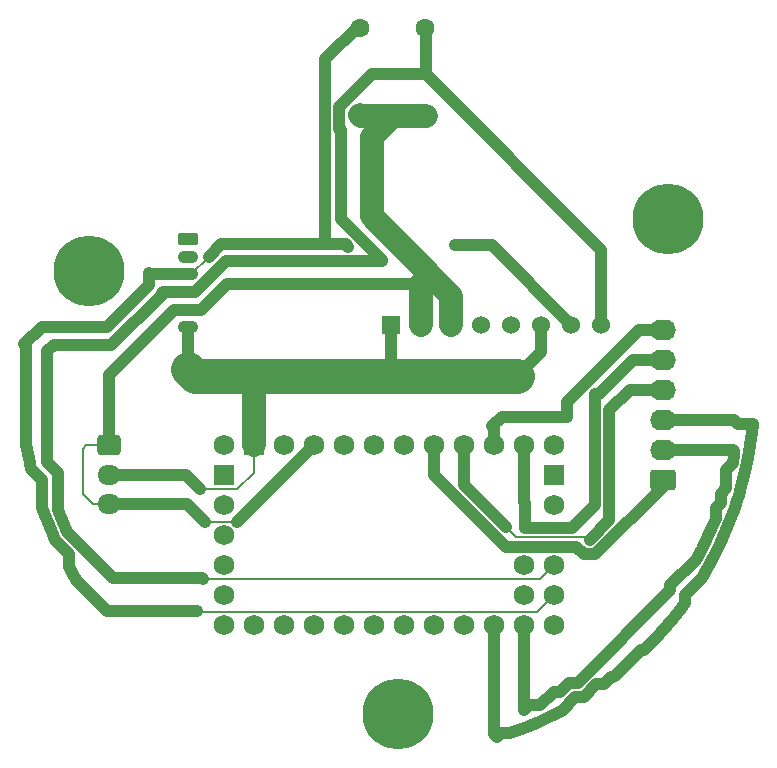
<source format=gbr>
%TF.GenerationSoftware,KiCad,Pcbnew,8.0.4*%
%TF.CreationDate,2024-08-09T17:24:03-06:00*%
%TF.ProjectId,computadorayCargaUtil,636f6d70-7574-4616-946f-726179436172,rev?*%
%TF.SameCoordinates,Original*%
%TF.FileFunction,Copper,L2,Bot*%
%TF.FilePolarity,Positive*%
%FSLAX46Y46*%
G04 Gerber Fmt 4.6, Leading zero omitted, Abs format (unit mm)*
G04 Created by KiCad (PCBNEW 8.0.4) date 2024-08-09 17:24:03*
%MOMM*%
%LPD*%
G01*
G04 APERTURE LIST*
G04 Aperture macros list*
%AMRoundRect*
0 Rectangle with rounded corners*
0 $1 Rounding radius*
0 $2 $3 $4 $5 $6 $7 $8 $9 X,Y pos of 4 corners*
0 Add a 4 corners polygon primitive as box body*
4,1,4,$2,$3,$4,$5,$6,$7,$8,$9,$2,$3,0*
0 Add four circle primitives for the rounded corners*
1,1,$1+$1,$2,$3*
1,1,$1+$1,$4,$5*
1,1,$1+$1,$6,$7*
1,1,$1+$1,$8,$9*
0 Add four rect primitives between the rounded corners*
20,1,$1+$1,$2,$3,$4,$5,0*
20,1,$1+$1,$4,$5,$6,$7,0*
20,1,$1+$1,$6,$7,$8,$9,0*
20,1,$1+$1,$8,$9,$2,$3,0*%
G04 Aperture macros list end*
%TA.AperFunction,ComponentPad*%
%ADD10C,1.727200*%
%TD*%
%TA.AperFunction,ComponentPad*%
%ADD11R,1.727200X1.727200*%
%TD*%
%TA.AperFunction,ComponentPad*%
%ADD12RoundRect,0.250000X-0.615000X0.265000X-0.615000X-0.265000X0.615000X-0.265000X0.615000X0.265000X0*%
%TD*%
%TA.AperFunction,ComponentPad*%
%ADD13O,1.730000X1.030000*%
%TD*%
%TA.AperFunction,ComponentPad*%
%ADD14C,6.000000*%
%TD*%
%TA.AperFunction,ComponentPad*%
%ADD15R,1.524000X1.524000*%
%TD*%
%TA.AperFunction,ComponentPad*%
%ADD16C,1.524000*%
%TD*%
%TA.AperFunction,ComponentPad*%
%ADD17C,1.600000*%
%TD*%
%TA.AperFunction,ComponentPad*%
%ADD18O,1.600000X1.600000*%
%TD*%
%TA.AperFunction,ComponentPad*%
%ADD19RoundRect,0.250000X-0.725000X0.600000X-0.725000X-0.600000X0.725000X-0.600000X0.725000X0.600000X0*%
%TD*%
%TA.AperFunction,ComponentPad*%
%ADD20O,1.950000X1.700000*%
%TD*%
%TA.AperFunction,ComponentPad*%
%ADD21RoundRect,0.250000X0.845000X-0.620000X0.845000X0.620000X-0.845000X0.620000X-0.845000X-0.620000X0*%
%TD*%
%TA.AperFunction,ComponentPad*%
%ADD22O,2.190000X1.740000*%
%TD*%
%TA.AperFunction,ViaPad*%
%ADD23C,0.600000*%
%TD*%
%TA.AperFunction,Conductor*%
%ADD24C,1.000000*%
%TD*%
%TA.AperFunction,Conductor*%
%ADD25C,2.000000*%
%TD*%
%TA.AperFunction,Conductor*%
%ADD26C,0.200000*%
%TD*%
%TA.AperFunction,Conductor*%
%ADD27C,3.000000*%
%TD*%
G04 APERTURE END LIST*
D10*
%TO.P,arduinoMini5,5V1,5V*%
%TO.N,+3.3V*%
X151130000Y-99060000D03*
%TO.P,arduinoMini5,5V2,SPI_5V*%
%TO.N,unconnected-(arduinoMini5-SPI_5V-Pad5V2)*%
X143510000Y-104140000D03*
%TO.P,arduinoMini5,5V3*%
%TO.N,N/C*%
X171450000Y-104140000D03*
%TO.P,arduinoMini5,A0,A0*%
%TO.N,pata2tmp36gz*%
X161290000Y-99060000D03*
%TO.P,arduinoMini5,A1,A1*%
%TO.N,unconnected-(arduinoMini5-PadA1)*%
X158750000Y-99060000D03*
%TO.P,arduinoMini5,A2,A2*%
%TO.N,unconnected-(arduinoMini5-PadA2)*%
X156210000Y-99060000D03*
%TO.P,arduinoMini5,A3,A3*%
%TO.N,unconnected-(arduinoMini5-PadA3)*%
X153670000Y-99060000D03*
%TO.P,arduinoMini5,A4,A4*%
%TO.N,Net-(ADXL345-SDA)*%
X171450000Y-111760000D03*
%TO.P,arduinoMini5,A5,A5*%
%TO.N,Net-(ADXL345-SCL)*%
X171450000Y-109220000D03*
%TO.P,arduinoMini5,A6*%
%TO.N,N/C*%
X168910000Y-111760000D03*
%TO.P,arduinoMini5,A7*%
X168910000Y-109220000D03*
%TO.P,arduinoMini5,D0,D0/RX*%
%TO.N,unconnected-(arduinoMini5-D0{slash}RX-PadD0)*%
X146050000Y-114300000D03*
%TO.P,arduinoMini5,D1,D1/TX*%
%TO.N,unconnected-(arduinoMini5-D1{slash}TX-PadD1)*%
X143510000Y-114300000D03*
%TO.P,arduinoMini5,D2,D2*%
%TO.N,unconnected-(arduinoMini5-PadD2)*%
X153670000Y-114300000D03*
%TO.P,arduinoMini5,D3,D3*%
%TO.N,unconnected-(arduinoMini5-PadD3)*%
X156210000Y-114300000D03*
%TO.P,arduinoMini5,D4,D4*%
%TO.N,unconnected-(arduinoMini5-PadD4)*%
X158750000Y-114300000D03*
%TO.P,arduinoMini5,D5,D5*%
%TO.N,unconnected-(arduinoMini5-PadD5)*%
X161290000Y-114300000D03*
%TO.P,arduinoMini5,D6,D6*%
%TO.N,unconnected-(arduinoMini5-PadD6)*%
X163830000Y-114300000D03*
%TO.P,arduinoMini5,D7,D7*%
%TO.N,csnRadio*%
X166370000Y-114300000D03*
%TO.P,arduinoMini5,D8,D8*%
%TO.N,ceRadio*%
X168910000Y-114300000D03*
%TO.P,arduinoMini5,D9,D9*%
%TO.N,unconnected-(arduinoMini5-PadD9)*%
X171450000Y-114300000D03*
%TO.P,arduinoMini5,D10,D10_CS*%
%TO.N,unconnected-(arduinoMini5-D10_CS-PadD10)*%
X171450000Y-99060000D03*
%TO.P,arduinoMini5,D11,D11*%
%TO.N,mosiRadio*%
X168910000Y-99060000D03*
%TO.P,arduinoMini5,D12,D12*%
%TO.N,misoRadio*%
X166370000Y-99060000D03*
%TO.P,arduinoMini5,D13,D13*%
%TO.N,sckRadio*%
X163830000Y-99060000D03*
D11*
%TO.P,arduinoMini5,GND2,GND*%
%TO.N,GND*%
X146050000Y-99060000D03*
%TO.P,arduinoMini5,GND3,GND*%
%TO.N,unconnected-(arduinoMini5-GND-PadGND3)*%
X143510000Y-101600000D03*
%TO.P,arduinoMini5,GND4,SPI_GND*%
%TO.N,unconnected-(arduinoMini5-SPI_GND-PadGND4)*%
X171450000Y-101600000D03*
D10*
%TO.P,arduinoMini5,L0*%
%TO.N,N/C*%
X148590000Y-114300000D03*
%TO.P,arduinoMini5,L1*%
X151130000Y-114300000D03*
%TO.P,arduinoMini5,L2*%
X143510000Y-111760000D03*
%TO.P,arduinoMini5,RST2,SPI_RESET*%
%TO.N,unconnected-(arduinoMini5-SPI_RESET-PadRST2)*%
X148590000Y-99060000D03*
%TO.P,arduinoMini5,RX*%
%TO.N,N/C*%
X143510000Y-106680000D03*
%TO.P,arduinoMini5,TX*%
X143510000Y-109220000D03*
%TO.P,arduinoMini5,VIN,VIN*%
%TO.N,unconnected-(arduinoMini5-PadVIN)*%
X143510000Y-99060000D03*
%TD*%
D12*
%TO.P,MPL3115A2_SPARKFUN1,1,Pin_1*%
%TO.N,unconnected-(MPL3115A2_SPARKFUN1-Pin_1-Pad1)*%
X140475000Y-81575000D03*
D13*
%TO.P,MPL3115A2_SPARKFUN1,2,Pin_2*%
%TO.N,unconnected-(MPL3115A2_SPARKFUN1-Pin_2-Pad2)*%
X140475000Y-83075000D03*
%TO.P,MPL3115A2_SPARKFUN1,3,Pin_3*%
%TO.N,Net-(ADXL345-SDA)*%
X140475000Y-84575000D03*
%TO.P,MPL3115A2_SPARKFUN1,4,Pin_4*%
%TO.N,Net-(ADXL345-SCL)*%
X140475000Y-86075000D03*
%TO.P,MPL3115A2_SPARKFUN1,5,Pin_5*%
%TO.N,+3.3V*%
X140475000Y-87575000D03*
%TO.P,MPL3115A2_SPARKFUN1,6,Pin_6*%
%TO.N,GND*%
X140475000Y-89075000D03*
%TD*%
D14*
%TO.P,tornillo2,2*%
%TO.N,N/C*%
X181125000Y-79850000D03*
%TD*%
D15*
%TO.P,ADXL345,1,GND*%
%TO.N,GND*%
X157690000Y-88825000D03*
D16*
%TO.P,ADXL345,2,VCC*%
%TO.N,+3.3V*%
X160230000Y-88825000D03*
%TO.P,ADXL345,3,CS*%
X162770000Y-88825000D03*
%TO.P,ADXL345,4,INT1*%
%TO.N,unconnected-(ADXL345-INT1-Pad4)*%
X165310000Y-88825000D03*
%TO.P,ADXL345,5,INT2*%
%TO.N,unconnected-(ADXL345-INT2-Pad5)*%
X167850000Y-88825000D03*
%TO.P,ADXL345,6,SDO*%
%TO.N,GND*%
X170390000Y-88825000D03*
%TO.P,ADXL345,7,SDA*%
%TO.N,Net-(ADXL345-SDA)*%
X172930000Y-88825000D03*
%TO.P,ADXL345,8,SCL*%
%TO.N,Net-(ADXL345-SCL)*%
X175470000Y-88825000D03*
%TD*%
D17*
%TO.P,R1,1*%
%TO.N,Net-(ADXL345-SDA)*%
X155025000Y-63740000D03*
D18*
%TO.P,R1,2*%
%TO.N,+3.3V*%
X155025000Y-71360000D03*
%TD*%
D14*
%TO.P,tornillo3,3*%
%TO.N,N/C*%
X158250000Y-121825000D03*
%TD*%
%TO.P,tornillo1,1*%
%TO.N,N/C*%
X132100000Y-84300000D03*
%TD*%
D17*
%TO.P,R2,1*%
%TO.N,Net-(ADXL345-SCL)*%
X160575000Y-63680000D03*
D18*
%TO.P,R2,2*%
%TO.N,+3.3V*%
X160575000Y-71300000D03*
%TD*%
D19*
%TO.P,EntradaVoltaje1,1,Pin_1*%
%TO.N,+3.3V*%
X133775000Y-99025000D03*
D20*
%TO.P,EntradaVoltaje1,2,Pin_2*%
%TO.N,GND*%
X133775000Y-101525000D03*
%TO.P,EntradaVoltaje1,3,Pin_3*%
%TO.N,+3.3V*%
X133775000Y-104025000D03*
%TD*%
D21*
%TO.P,conectoresOut1,1,Pin_1*%
%TO.N,pata2tmp36gz*%
X180725000Y-101990000D03*
D22*
%TO.P,conectoresOut1,2,Pin_2*%
%TO.N,ceRadio*%
X180725000Y-99450000D03*
%TO.P,conectoresOut1,3,Pin_3*%
%TO.N,csnRadio*%
X180725000Y-96910000D03*
%TO.P,conectoresOut1,4,Pin_4*%
%TO.N,sckRadio*%
X180725000Y-94370000D03*
%TO.P,conectoresOut1,5,Pin_5*%
%TO.N,mosiRadio*%
X180725000Y-91830000D03*
%TO.P,conectoresOut1,6,Pin_6*%
%TO.N,misoRadio*%
X180725000Y-89290000D03*
%TD*%
D23*
%TO.N,Net-(ADXL345-SDA)*%
X163075000Y-82125000D03*
X154077944Y-82225000D03*
%TD*%
D24*
%TO.N,+3.3V*%
X160230000Y-85370000D02*
X143845000Y-85370000D01*
X161000000Y-84600000D02*
X160230000Y-85370000D01*
D25*
X162770000Y-86370000D02*
X162770000Y-88825000D01*
D24*
X139310000Y-87575000D02*
X133775000Y-93110000D01*
D26*
X133775000Y-104025000D02*
X132450000Y-104025000D01*
D25*
X160230000Y-85370000D02*
X160230000Y-88825000D01*
D24*
X133775000Y-93110000D02*
X133775000Y-99025000D01*
D25*
X155115000Y-71175000D02*
X155025000Y-71085000D01*
X157875000Y-71175000D02*
X156059000Y-72991000D01*
D24*
X140400000Y-104025000D02*
X133775000Y-104025000D01*
X141950000Y-105575000D02*
X140400000Y-104025000D01*
D26*
X142008600Y-105516400D02*
X141950000Y-105575000D01*
D24*
X143845000Y-85370000D02*
X141640000Y-87575000D01*
X140475000Y-87575000D02*
X139310000Y-87575000D01*
D25*
X156059000Y-72991000D02*
X156059000Y-79659000D01*
X161000000Y-84600000D02*
X162770000Y-86370000D01*
D26*
X131900000Y-99000000D02*
X131925000Y-99025000D01*
X131925000Y-99025000D02*
X133775000Y-99025000D01*
D25*
X157875000Y-71175000D02*
X155115000Y-71175000D01*
D24*
X141640000Y-87575000D02*
X140475000Y-87575000D01*
D25*
X160625000Y-71175000D02*
X157875000Y-71175000D01*
D24*
X151130000Y-99060000D02*
X144615632Y-105574368D01*
D26*
X132450000Y-104025000D02*
X131575000Y-103150000D01*
X144615632Y-105574368D02*
X144557664Y-105516400D01*
X131575000Y-103150000D02*
X131575000Y-99325000D01*
X144557664Y-105516400D02*
X142008600Y-105516400D01*
X131575000Y-99325000D02*
X131900000Y-99000000D01*
D25*
X156059000Y-79659000D02*
X161000000Y-84600000D01*
D26*
%TO.N,GND*%
X146050000Y-99060000D02*
X146050000Y-101387200D01*
D27*
X157325000Y-93200000D02*
X168375000Y-93200000D01*
X146150000Y-93200000D02*
X157325000Y-93200000D01*
D26*
X146050000Y-101387200D02*
X144673600Y-102763600D01*
D24*
X141550000Y-102750000D02*
X140325000Y-101525000D01*
X157690000Y-88825000D02*
X157690000Y-92835000D01*
D26*
X141563600Y-102763600D02*
X141550000Y-102750000D01*
D27*
X140475000Y-92600000D02*
X141075000Y-93200000D01*
D26*
X144673600Y-102763600D02*
X141563600Y-102763600D01*
D25*
X146050000Y-93300000D02*
X146150000Y-93200000D01*
D24*
X140325000Y-101525000D02*
X133775000Y-101525000D01*
D27*
X141075000Y-93200000D02*
X146150000Y-93200000D01*
D24*
X140475000Y-89075000D02*
X140475000Y-92600000D01*
D25*
X146050000Y-99060000D02*
X146050000Y-93300000D01*
D24*
X157690000Y-92835000D02*
X157325000Y-93200000D01*
X168375000Y-93200000D02*
X170390000Y-91185000D01*
X170390000Y-91185000D02*
X170390000Y-88825000D01*
%TO.N,Net-(ADXL345-SCL)*%
X153425000Y-72350000D02*
X153425000Y-79875000D01*
X128600000Y-91050000D02*
X129125000Y-90525000D01*
D26*
X170286400Y-110383600D02*
X141766400Y-110383600D01*
D24*
X156055836Y-67650000D02*
X153325000Y-70380836D01*
X129125000Y-90525000D02*
X129200000Y-90600000D01*
X134191274Y-110325000D02*
X130267677Y-106401403D01*
X141675000Y-110325000D02*
X134191274Y-110325000D01*
X138350000Y-86075000D02*
X140475000Y-86075000D01*
X138300000Y-86325000D02*
X138300000Y-86125000D01*
D26*
X141766400Y-110383600D02*
X141750000Y-110400000D01*
D24*
X129500000Y-101400000D02*
X128600000Y-100500000D01*
X160625000Y-67650000D02*
X156055836Y-67650000D01*
X130059583Y-105939865D02*
X129660829Y-104965020D01*
X129500000Y-104528465D02*
X129500000Y-101400000D01*
X153425000Y-79875000D02*
X156900000Y-83350000D01*
D26*
X171450000Y-109220000D02*
X170286400Y-110383600D01*
D24*
X153325000Y-72250000D02*
X153425000Y-72350000D01*
X138300000Y-86125000D02*
X138350000Y-86075000D01*
X128600000Y-100500000D02*
X128600000Y-91050000D01*
X160625000Y-63555000D02*
X160625000Y-67650000D01*
X156900000Y-83350000D02*
X156900000Y-83425000D01*
X130267677Y-106401403D02*
X130059583Y-105939865D01*
X141750000Y-110400000D02*
X141675000Y-110325000D01*
X129200000Y-90600000D02*
X134025000Y-90600000D01*
X153325000Y-70380836D02*
X153325000Y-72250000D01*
X160625000Y-67650000D02*
X175470000Y-82495000D01*
X156900000Y-83425000D02*
X143710000Y-83425000D01*
X129660829Y-104965020D02*
X129500000Y-104528465D01*
X134025000Y-90600000D02*
X138300000Y-86325000D01*
X141060000Y-86075000D02*
X140475000Y-86075000D01*
X175470000Y-82495000D02*
X175470000Y-88825000D01*
X143710000Y-83425000D02*
X141060000Y-86075000D01*
D26*
%TO.N,Net-(ADXL345-SDA)*%
X171450000Y-111760000D02*
X170073600Y-113136400D01*
D24*
X152125000Y-66365000D02*
X152125000Y-82000000D01*
X126825218Y-90661852D02*
X126654167Y-90490801D01*
X152125000Y-82000000D02*
X152100000Y-82025000D01*
X126825218Y-99066440D02*
X126825218Y-90661852D01*
X130965599Y-110305048D02*
X130412236Y-109359465D01*
X141300000Y-113075000D02*
X133604148Y-113075000D01*
X130412236Y-109359465D02*
X130412236Y-108243018D01*
X153877944Y-82025000D02*
X154077944Y-82225000D01*
X128119968Y-89025000D02*
X133650000Y-89025000D01*
X131192843Y-110663695D02*
X131123127Y-110553666D01*
X131123127Y-110553666D02*
X130965599Y-110305048D01*
D26*
X141361400Y-113136400D02*
X141300000Y-113075000D01*
D24*
X137275000Y-84575000D02*
X140475000Y-84575000D01*
X128163373Y-102002920D02*
X127212612Y-101052159D01*
X152100000Y-82025000D02*
X143300000Y-82025000D01*
X137200000Y-84500000D02*
X137275000Y-84575000D01*
X166230000Y-82125000D02*
X172930000Y-88825000D01*
D26*
X170073600Y-113136400D02*
X141361400Y-113136400D01*
D24*
X129263943Y-107094725D02*
X128956927Y-106413782D01*
X128956927Y-106413782D02*
X128542134Y-105399725D01*
X163075000Y-82125000D02*
X166230000Y-82125000D01*
X126654167Y-90490801D02*
X128119968Y-89025000D01*
X128163373Y-104371617D02*
X128163373Y-102002920D01*
X128542134Y-105399725D02*
X128163373Y-104371617D01*
X130412236Y-108243018D02*
X129263943Y-107094725D01*
X152100000Y-82025000D02*
X153877944Y-82025000D01*
X133604148Y-113075000D02*
X131192843Y-110663695D01*
X133650000Y-89025000D02*
X137200000Y-85475000D01*
D26*
X140750000Y-84575000D02*
X140475000Y-84575000D01*
D24*
X155025000Y-63465000D02*
X152125000Y-66365000D01*
X127212612Y-101052159D02*
X127017577Y-100145046D01*
X143300000Y-82025000D02*
X142250000Y-83075000D01*
X127017577Y-100145046D02*
X126825218Y-99066440D01*
D26*
X142250000Y-83075000D02*
X140750000Y-84575000D01*
D24*
X137200000Y-85475000D02*
X137200000Y-84500000D01*
D26*
%TO.N,sckRadio*%
X168300000Y-106850000D02*
X174275000Y-106850000D01*
D24*
X176175000Y-96100000D02*
X177905000Y-94370000D01*
X177905000Y-94370000D02*
X180725000Y-94370000D01*
D26*
X174275000Y-106850000D02*
X174500000Y-107075000D01*
D24*
X176175000Y-105400000D02*
X176175000Y-96100000D01*
X163830000Y-99060000D02*
X163830000Y-102380000D01*
D26*
X167425000Y-105975000D02*
X168300000Y-106850000D01*
D24*
X174500000Y-107075000D02*
X176175000Y-105400000D01*
X163830000Y-102380000D02*
X167425000Y-105975000D01*
%TO.N,pata2tmp36gz*%
X167402944Y-107650000D02*
X173377944Y-107650000D01*
X180725000Y-102550000D02*
X180725000Y-101990000D01*
X174002944Y-108275000D02*
X175000000Y-108275000D01*
X175000000Y-108275000D02*
X180725000Y-102550000D01*
X173377944Y-107650000D02*
X174002944Y-108275000D01*
X161290000Y-101537056D02*
X167402944Y-107650000D01*
X161290000Y-99060000D02*
X161290000Y-101537056D01*
%TO.N,csnRadio*%
X176302696Y-118674309D02*
X176505347Y-118674309D01*
X174000000Y-120375000D02*
X175088834Y-119286166D01*
X187433993Y-102279151D02*
X187701974Y-101216819D01*
X183984076Y-110305583D02*
X184537465Y-109359999D01*
X184537465Y-109359999D02*
X185057157Y-108395437D01*
X170233354Y-122454138D02*
X171224060Y-121986248D01*
X185057157Y-108395437D02*
X185542483Y-107413139D01*
X171224060Y-121986248D02*
X172149494Y-121508540D01*
X186735000Y-96910000D02*
X180725000Y-96910000D01*
X169226770Y-122886765D02*
X170233354Y-122454138D01*
X187701974Y-101216819D02*
X187932306Y-100145644D01*
X186564330Y-104975015D02*
X186786419Y-104372214D01*
X188278881Y-97982316D02*
X188358538Y-97232984D01*
X179114643Y-116408531D02*
X179227657Y-116300399D01*
X186407649Y-105400281D02*
X186564330Y-104975015D01*
X166950000Y-123425000D02*
X167799790Y-123425000D01*
X179997062Y-115517307D02*
X180244469Y-115247050D01*
X181447716Y-113875403D02*
X182128681Y-113017087D01*
X172149494Y-121508540D02*
X173283034Y-120375000D01*
X167799790Y-123425000D02*
X168205521Y-123283607D01*
X176698282Y-118526718D02*
X178816469Y-116408531D01*
X179227657Y-116300399D02*
X179997062Y-115517307D01*
X186786419Y-104372214D02*
X187005839Y-103704955D01*
X175088834Y-119286166D02*
X175690839Y-119286166D01*
X166370000Y-123495000D02*
X166625000Y-123750000D01*
X178816469Y-116408531D02*
X179114643Y-116408531D01*
X187128685Y-103331377D02*
X187360982Y-102530778D01*
X187360982Y-102530778D02*
X187433993Y-102279151D01*
X182550000Y-112445730D02*
X182550000Y-111739659D01*
X168519874Y-123161455D02*
X168936158Y-122999693D01*
X176505347Y-118674309D02*
X176698282Y-118526718D01*
X188124690Y-99067017D02*
X188278881Y-97982316D01*
X185542483Y-107413139D02*
X185992831Y-106414345D01*
X185992831Y-106414345D02*
X186407649Y-105400281D01*
X187057984Y-97232984D02*
X186735000Y-96910000D01*
X182128681Y-113017087D02*
X182550000Y-112445730D01*
X166370000Y-114300000D02*
X166370000Y-123495000D01*
X175690839Y-119286166D02*
X176302696Y-118674309D01*
X168205521Y-123283607D02*
X168519874Y-123161455D01*
X187932306Y-100145644D02*
X188124690Y-99067017D01*
X188358538Y-97232984D02*
X187057984Y-97232984D01*
X173283034Y-120375000D02*
X174000000Y-120375000D01*
X168936158Y-122999693D02*
X169226770Y-122886765D01*
X187005839Y-103704955D02*
X187128685Y-103331377D01*
X180736872Y-114709168D02*
X181447716Y-113875403D01*
X166625000Y-123750000D02*
X166950000Y-123425000D01*
X180244469Y-115247050D02*
X180736872Y-114709168D01*
X182550000Y-111739659D02*
X183984076Y-110305583D01*
%TO.N,ceRadio*%
X186070004Y-102673750D02*
X186070004Y-101129996D01*
X168950000Y-121475000D02*
X169350074Y-121074926D01*
X186675000Y-99450000D02*
X180725000Y-99450000D01*
X184457259Y-106900560D02*
X184890189Y-105940395D01*
X186754669Y-99914083D02*
X186754669Y-99529669D01*
X185169762Y-104343138D02*
X185610161Y-103902739D01*
X172785978Y-119175000D02*
X173502944Y-119175000D01*
X186070004Y-101129996D02*
X186609145Y-100590855D01*
X168910000Y-114300000D02*
X168910000Y-121435000D01*
X183990680Y-107844915D02*
X184457259Y-106900560D01*
X186754669Y-99529669D02*
X186675000Y-99450000D01*
X181350000Y-110913259D02*
X183491087Y-108772172D01*
X169350074Y-121074926D02*
X170343702Y-121074926D01*
X168910000Y-121435000D02*
X168950000Y-121475000D01*
X171493628Y-119925000D02*
X172035978Y-119925000D01*
X185610161Y-103133593D02*
X186070004Y-102673750D01*
X185169762Y-105256951D02*
X185169762Y-104343138D01*
X186609145Y-100590855D02*
X186754669Y-99914083D01*
X183491087Y-108772172D02*
X183990680Y-107844915D01*
X172035978Y-119925000D02*
X172785978Y-119175000D01*
X173502944Y-119175000D02*
X181350000Y-111327944D01*
X170343702Y-121074926D02*
X171493628Y-119925000D01*
X185610161Y-103902739D02*
X185610161Y-103133593D01*
X184890189Y-105940395D02*
X185169762Y-105256951D01*
X181350000Y-111327944D02*
X181350000Y-110913259D01*
%TO.N,mosiRadio*%
X173025000Y-106050000D02*
X174975000Y-104100000D01*
X174975000Y-104100000D02*
X174975000Y-94700000D01*
X169000000Y-103901265D02*
X169000000Y-106050000D01*
X169000000Y-106050000D02*
X173025000Y-106050000D01*
X175300000Y-94700000D02*
X178170000Y-91830000D01*
X178170000Y-91830000D02*
X180725000Y-91830000D01*
X174975000Y-94700000D02*
X175300000Y-94700000D01*
X168910000Y-103811265D02*
X169000000Y-103901265D01*
X168910000Y-99060000D02*
X168910000Y-103811265D01*
%TO.N,misoRadio*%
X166370000Y-97520000D02*
X166275000Y-97425000D01*
X167050000Y-96650000D02*
X172575000Y-96650000D01*
X172575000Y-95402944D02*
X178687944Y-89290000D01*
X178687944Y-89290000D02*
X180725000Y-89290000D01*
X172575000Y-96650000D02*
X172575000Y-95402944D01*
X166370000Y-99060000D02*
X166370000Y-97520000D01*
X166275000Y-97425000D02*
X167050000Y-96650000D01*
%TD*%
M02*

</source>
